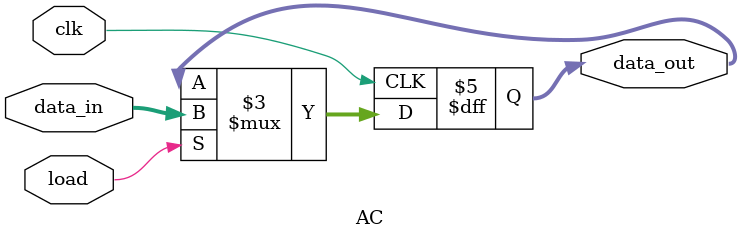
<source format=v>
module AC (data_in, load, clk, data_out);
  input [7:0] data_in;
  input clk, load;
  output [7:0] data_out;
  reg [7:0] data_out;
  
  always @(posedge clk)
  begin
    if (load == 1'b 1)
      data_out <= data_in;
  end
  
endmodule


</source>
